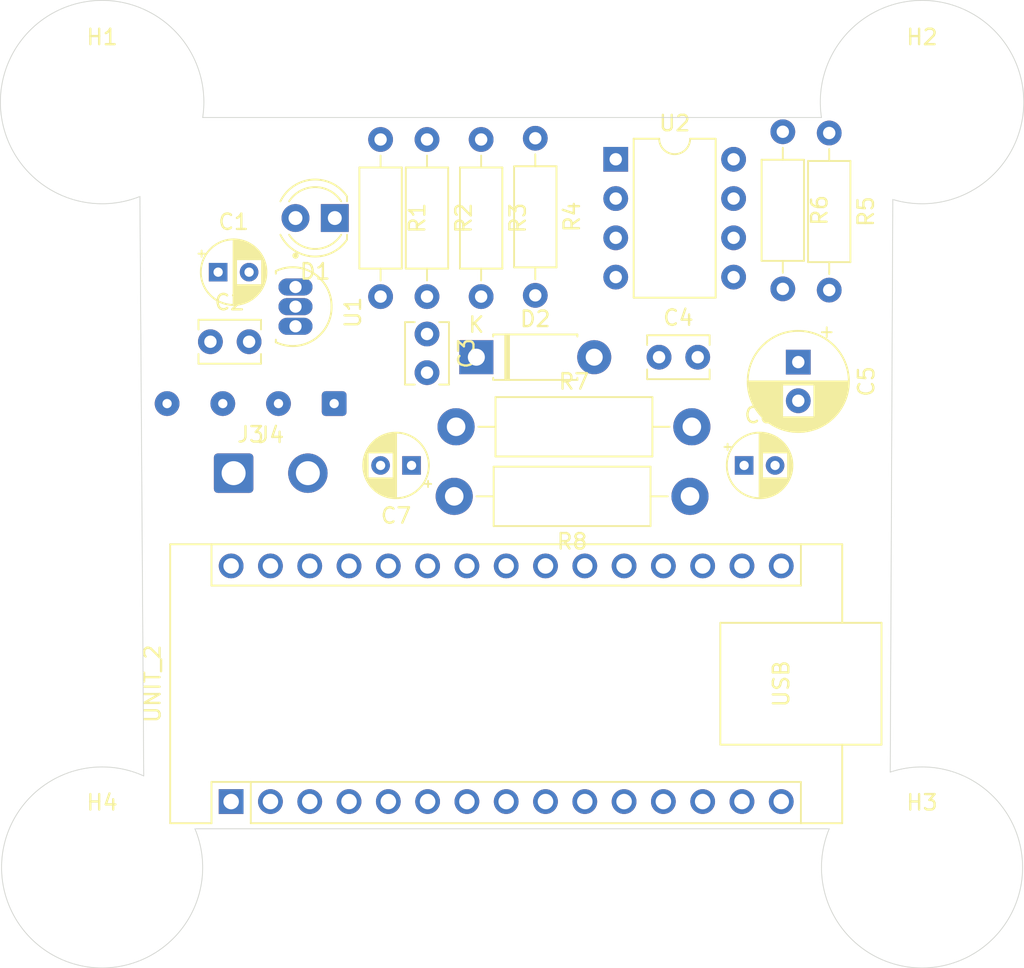
<source format=kicad_pcb>
(kicad_pcb (version 20240108) (generator "pcbnew") (generator_version "8.0")
  (layers (0 "F.Cu" signal) (31 "B.Cu" signal) (34 "B.Paste" user) (35 "F.Paste" user) (36 "B.SilkS" user "B.Silkscreen") (37 "F.SilkS" user "F.Silkscreen") (38 "B.Mask" user) (39 "F.Mask" user) (44 "Edge.Cuts" user))
  (net 0 "")
  (net 1 "GND")
  (net 2 "Net-(D1-K)")
  (net 3 "High")
  (net 4 "Low")
  (net 5 "SO")
  (net 6 "SI")
  (net 7 "SDA")
  (net 8 "SCL")
  (net 9 "SCK")
  (net 10 "5V")
  (net 11 "Net-(R5-Pad2)")
  (net 12 "/NE555_Out")
  (net 13 "/Diff")
  (net 14 "/Hall_Out")
  (net 15 "/CV")
  (net 16 "/DIS_THR")
  (net 17 "/Filter1")
  (net 18 "/Filter2")
  (net 19 "/Rect")
  (net 32 "3.3V")
  (footprint "LED_THT:LED_D4.0mm" (layer "F.Cu") (at 126.04 54.5 180)
    (property "Reference" "D1" (at 1.27 -3.46 360) (layer "F.SilkS"))
    (property "Value" "LED")
    (pad "1" thru_hole rect (at 0 0 180) (size 1.8 1.8) (drill 0.9) (layers "*.Cu" "*.Mask") (net 2 "Net-(D1-K)"))
    (pad "2" thru_hole circle (at 2.54 0 180) (size 1.8 1.8) (drill 0.9) (layers "*.Cu" "*.Mask") (net 10 "5V"))
  )
  (footprint "Capacitor_THT:C_Disc_D3.8mm_W2.6mm_P2.50mm" (layer "F.Cu") (at 118 62.5)
    (property "Reference" "C2" (at 1.25 -2.55 0) (layer "F.SilkS"))
    (property "Value" "10n")
    (pad "1" thru_hole circle (at 0 0) (size 1.6 1.6) (drill 0.8) (layers "*.Cu" "*.Mask") (net 10 "5V"))
    (pad "2" thru_hole circle (at 2.5 0) (size 1.6 1.6) (drill 0.8) (layers "*.Cu" "*.Mask") (net 1 "GND"))
  )
  (footprint "Resistor_THT:R_Axial_DIN0207_L6.3mm_D2.5mm_P10.16mm_Horizontal" (layer "F.Cu") (at 129 49.42 -90)
    (property "Reference" "R1" (at 5.08 -2.37 90) (layer "F.SilkS"))
    (property "Value" "300")
    (pad "1" thru_hole circle (at 0 0 270) (size 1.6 1.6) (drill 0.8) (layers "*.Cu" "*.Mask") (net 2 "Net-(D1-K)"))
    (pad "2" thru_hole oval (at 10.16 0 270) (size 1.6 1.6) (drill 0.8) (layers "*.Cu" "*.Mask") (net 14 "/Hall_Out"))
  )
  (footprint "Resistor_THT:R_Axial_DIN0207_L6.3mm_D2.5mm_P10.16mm_Horizontal" (layer "F.Cu") (at 135.5 49.42 -90)
    (property "Reference" "R3" (at 5.08 -2.37 90) (layer "F.SilkS"))
    (property "Value" "10k")
    (pad "1" thru_hole circle (at 0 0 270) (size 1.6 1.6) (drill 0.8) (layers "*.Cu" "*.Mask") (net 10 "5V"))
    (pad "2" thru_hole oval (at 10.16 0 270) (size 1.6 1.6) (drill 0.8) (layers "*.Cu" "*.Mask") (net 13 "/Diff"))
  )
  (footprint "Module:Arduino_Nano" (layer "F.Cu") (at 119.34 92.24 90)
    (property "Reference" "UNIT_2" (at 7.62 -5.08 90) (layer "F.SilkS"))
    (property "Value" "ARDUINO_NANO")
    (fp_text user "USB" (at 7.62 35.56 90) (layer "F.SilkS"))
    (pad "1" thru_hole rect (at 0 0 90) (size 1.6 1.6) (drill 1) (layers "*.Cu" "*.Mask"))
    (pad "2" thru_hole oval (at 0 2.54 90) (size 1.6 1.6) (drill 1) (layers "*.Cu" "*.Mask"))
    (pad "3" thru_hole oval (at 0 5.08 90) (size 1.6 1.6) (drill 1) (layers "*.Cu" "*.Mask"))
    (pad "4" thru_hole oval (at 0 7.62 90) (size 1.6 1.6) (drill 1) (layers "*.Cu" "*.Mask") (net 1 "GND"))
    (pad "5" thru_hole oval (at 0 10.16 90) (size 1.6 1.6) (drill 1) (layers "*.Cu" "*.Mask"))
    (pad "6" thru_hole oval (at 0 12.7 90) (size 1.6 1.6) (drill 1) (layers "*.Cu" "*.Mask"))
    (pad "7" thru_hole oval (at 0 15.24 90) (size 1.6 1.6) (drill 1) (layers "*.Cu" "*.Mask"))
    (pad "8" thru_hole oval (at 0 17.78 90) (size 1.6 1.6) (drill 1) (layers "*.Cu" "*.Mask"))
    (pad "9" thru_hole oval (at 0 20.32 90) (size 1.6 1.6) (drill 1) (layers "*.Cu" "*.Mask"))
    (pad "10" thru_hole oval (at 0 22.86 90) (size 1.6 1.6) (drill 1) (layers "*.Cu" "*.Mask"))
    (pad "11" thru_hole oval (at 0 25.4 90) (size 1.6 1.6) (drill 1) (layers "*.Cu" "*.Mask"))
    (pad "12" thru_hole oval (at 0 27.94 90) (size 1.6 1.6) (drill 1) (layers "*.Cu" "*.Mask"))
    (pad "13" thru_hole oval (at 0 30.48 90) (size 1.6 1.6) (drill 1) (layers "*.Cu" "*.Mask"))
    (pad "14" thru_hole oval (at 0 33.02 90) (size 1.6 1.6) (drill 1) (layers "*.Cu" "*.Mask") (net 6 "SI"))
    (pad "15" thru_hole oval (at 0 35.56 90) (size 1.6 1.6) (drill 1) (layers "*.Cu" "*.Mask") (net 5 "SO"))
    (pad "16" thru_hole oval (at 15.24 35.56 90) (size 1.6 1.6) (drill 1) (layers "*.Cu" "*.Mask") (net 9 "SCK"))
    (pad "17" thru_hole oval (at 15.24 33.02 90) (size 1.6 1.6) (drill 1) (layers "*.Cu" "*.Mask") (net 32 "3.3V"))
    (pad "18" thru_hole oval (at 15.24 30.48 90) (size 1.6 1.6) (drill 1) (layers "*.Cu" "*.Mask"))
    (pad "19" thru_hole oval (at 15.24 27.94 90) (size 1.6 1.6) (drill 1) (layers "*.Cu" "*.Mask") (net 18 "/Filter2"))
    (pad "20" thru_hole oval (at 15.24 25.4 90) (size 1.6 1.6) (drill 1) (layers "*.Cu" "*.Mask"))
    (pad "21" thru_hole oval (at 15.24 22.86 90) (size 1.6 1.6) (drill 1) (layers "*.Cu" "*.Mask"))
    (pad "22" thru_hole oval (at 15.24 20.32 90) (size 1.6 1.6) (drill 1) (layers "*.Cu" "*.Mask"))
    (pad "23" thru_hole oval (at 15.24 17.78 90) (size 1.6 1.6) (drill 1) (layers "*.Cu" "*.Mask") (net 7 "SDA"))
    (pad "24" thru_hole oval (at 15.24 15.24 90) (size 1.6 1.6) (drill 1) (layers "*.Cu" "*.Mask") (net 8 "SCL"))
    (pad "25" thru_hole oval (at 15.24 12.7 90) (size 1.6 1.6) (drill 1) (layers "*.Cu" "*.Mask"))
    (pad "26" thru_hole oval (at 15.24 10.16 90) (size 1.6 1.6) (drill 1) (layers "*.Cu" "*.Mask"))
    (pad "27" thru_hole oval (at 15.24 7.62 90) (size 1.6 1.6) (drill 1) (layers "*.Cu" "*.Mask") (net 10 "5V"))
    (pad "28" thru_hole oval (at 15.24 5.08 90) (size 1.6 1.6) (drill 1) (layers "*.Cu" "*.Mask"))
    (pad "29" thru_hole oval (at 15.24 2.54 90) (size 1.6 1.6) (drill 1) (layers "*.Cu" "*.Mask") (net 1 "GND"))
    (pad "30" thru_hole oval (at 15.24 0 90) (size 1.6 1.6) (drill 1) (layers "*.Cu" "*.Mask"))
  )
  (footprint "Capacitor_THT:CP_Radial_D4.0mm_P2.00mm" (layer "F.Cu") (at 118.5 58)
    (property "Reference" "C1" (at 1 -3.25 0) (layer "F.SilkS"))
    (property "Value" "10µ")
    (pad "1" thru_hole rect (at 0 0) (size 1.2 1.2) (drill 0.6) (layers "*.Cu" "*.Mask") (net 10 "5V"))
    (pad "2" thru_hole circle (at 2 0) (size 1.2 1.2) (drill 0.6) (layers "*.Cu" "*.Mask") (net 1 "GND"))
  )
  (footprint "Resistor_THT:R_Axial_DIN0411_L9.9mm_D3.6mm_P15.24mm_Horizontal" (layer "F.Cu") (at 133.88 68)
    (property "Reference" "R7" (at 7.62 -2.92 0) (layer "F.SilkS"))
    (property "Value" "10k")
    (pad "1" thru_hole circle (at 0 0) (size 2.4 2.4) (drill 1.2) (layers "*.Cu" "*.Mask") (net 12 "/NE555_Out"))
    (pad "2" thru_hole oval (at 15.24 0) (size 2.4 2.4) (drill 1.2) (layers "*.Cu" "*.Mask") (net 17 "/Filter1"))
  )
  (footprint "Capacitor_THT:C_Disc_D3.8mm_W2.6mm_P2.50mm" (layer "F.Cu") (at 132 62 -90)
    (property "Reference" "C3" (at 1.25 -2.55 90) (layer "F.SilkS"))
    (property "Value" "10n")
    (pad "1" thru_hole circle (at 0 0 270) (size 1.6 1.6) (drill 0.8) (layers "*.Cu" "*.Mask") (net 14 "/Hall_Out"))
    (pad "2" thru_hole circle (at 2.5 0 270) (size 1.6 1.6) (drill 0.8) (layers "*.Cu" "*.Mask") (net 13 "/Diff"))
  )
  (footprint "MountingHole:MountingHole_3.2mm_M3" (layer "F.Cu") (at 111 47)
    (property "Reference" "H1" (at 0 -4.2 0) (layer "F.SilkS"))
    (property "Value" "MountingHole")
    (pad "" np_thru_hole circle (at 0 0) (size 3.2 3.2) (drill 3.2) (layers "*.Cu" "*.Mask"))
  )
  (footprint "Resistor_THT:R_Axial_DIN0207_L6.3mm_D2.5mm_P10.16mm_Horizontal" (layer "F.Cu") (at 132 49.42 -90)
    (property "Reference" "R2" (at 5.08 -2.37 90) (layer "F.SilkS"))
    (property "Value" "10k")
    (pad "1" thru_hole circle (at 0 0 270) (size 1.6 1.6) (drill 0.8) (layers "*.Cu" "*.Mask") (net 10 "5V"))
    (pad "2" thru_hole oval (at 10.16 0 270) (size 1.6 1.6) (drill 0.8) (layers "*.Cu" "*.Mask") (net 14 "/Hall_Out"))
  )
  (footprint "Connector_Wire:SolderWire-0.1sqmm_1x04_P3.6mm_D0.4mm_OD1mm" (layer "F.Cu") (at 126 66.5 180)
    (property "Reference" "J3" (at 5.4 -2 360) (layer "F.SilkS"))
    (property "Value" "CAN to outer connector")
    (pad "1" thru_hole roundrect (at 0 0 180) (size 1.6 1.6) (drill 0.6) (layers "*.Cu" "*.Mask") (roundrect_rratio 0.15625) (net 4 "Low"))
    (pad "2" thru_hole circle (at 3.6 0 180) (size 1.6 1.6) (drill 0.6) (layers "*.Cu" "*.Mask") (net 3 "High"))
    (pad "3" thru_hole circle (at 7.2 0 180) (size 1.6 1.6) (drill 0.6) (layers "*.Cu" "*.Mask") (net 4 "Low"))
    (pad "4" thru_hole circle (at 10.8 0 180) (size 1.6 1.6) (drill 0.6) (layers "*.Cu" "*.Mask") (net 3 "High"))
  )
  (footprint "MountingHole:MountingHole_3.2mm_M3" (layer "F.Cu") (at 164 96.5)
    (property "Reference" "H3" (at 0 -4.2 0) (layer "F.SilkS"))
    (property "Value" "MountingHole")
    (pad "" np_thru_hole circle (at 0 0) (size 3.2 3.2) (drill 3.2) (layers "*.Cu" "*.Mask"))
  )
  (footprint "MountingHole:MountingHole_3.2mm_M3" (layer "F.Cu") (at 111 96.5)
    (property "Reference" "H4" (at 0 -4.2 0) (layer "F.SilkS"))
    (property "Value" "MountingHole")
    (pad "" np_thru_hole circle (at 0 0) (size 3.2 3.2) (drill 3.2) (layers "*.Cu" "*.Mask"))
  )
  (footprint "Resistor_THT:R_Axial_DIN0207_L6.3mm_D2.5mm_P10.16mm_Horizontal" (layer "F.Cu") (at 158 49 -90)
    (property "Reference" "R5" (at 5.08 -2.37 90) (layer "F.SilkS"))
    (property "Value" "22k")
    (pad "1" thru_hole circle (at 0 0 270) (size 1.6 1.6) (drill 0.8) (layers "*.Cu" "*.Mask") (net 10 "5V"))
    (pad "2" thru_hole oval (at 10.16 0 270) (size 1.6 1.6) (drill 0.8) (layers "*.Cu" "*.Mask") (net 11 "Net-(R5-Pad2)"))
  )
  (footprint "Capacitor_THT:CP_Radial_D4.0mm_P2.00mm" (layer "F.Cu") (at 152.5 70.5)
    (property "Reference" "C6" (at 1 -3.25 0) (layer "F.SilkS"))
    (property "Value" "10µ")
    (pad "1" thru_hole rect (at 0 0) (size 1.2 1.2) (drill 0.6) (layers "*.Cu" "*.Mask") (net 17 "/Filter1"))
    (pad "2" thru_hole circle (at 2 0) (size 1.2 1.2) (drill 0.6) (layers "*.Cu" "*.Mask") (net 1 "GND"))
  )
  (footprint "Resistor_THT:R_Axial_DIN0207_L6.3mm_D2.5mm_P10.16mm_Horizontal" (layer "F.Cu") (at 155 48.92 -90)
    (property "Reference" "R6" (at 5.08 -2.37 90) (layer "F.SilkS"))
    (property "Value" "33k")
    (pad "1" thru_hole circle (at 0 0 270) (size 1.6 1.6) (drill 0.8) (layers "*.Cu" "*.Mask") (net 11 "Net-(R5-Pad2)"))
    (pad "2" thru_hole oval (at 10.16 0 270) (size 1.6 1.6) (drill 0.8) (layers "*.Cu" "*.Mask") (net 16 "/DIS_THR"))
  )
  (footprint "Connector_Wire:SolderWire-0.75sqmm_1x02_P4.8mm_D1.25mm_OD2.3mm" (layer "F.Cu") (at 119.5 71)
    (property "Reference" "J4" (at 2.4 -2.47 0) (layer "F.SilkS"))
    (property "Value" "Conn_01x02")
    (pad "1" thru_hole roundrect (at 0 0) (size 2.55 2.55) (drill 1.55) (layers "*.Cu" "*.Mask") (roundrect_rratio 0.098039) (net 1 "GND"))
    (pad "2" thru_hole circle (at 4.8 0) (size 2.55 2.55) (drill 1.55) (layers "*.Cu" "*.Mask") (net 10 "5V"))
  )
  (footprint "Capacitor_THT:C_Disc_D3.8mm_W2.6mm_P2.50mm" (layer "F.Cu") (at 147 63.5)
    (property "Reference" "C4" (at 1.25 -2.55 0) (layer "F.SilkS"))
    (property "Value" "10n")
    (pad "1" thru_hole circle (at 0 0) (size 1.6 1.6) (drill 0.8) (layers "*.Cu" "*.Mask") (net 1 "GND"))
    (pad "2" thru_hole circle (at 2.5 0) (size 1.6 1.6) (drill 0.8) (layers "*.Cu" "*.Mask") (net 15 "/CV"))
  )
  (footprint "Package_DIP:DIP-8_W7.62mm" (layer "F.Cu") (at 144.2 50.7)
    (property "Reference" "U2" (at 3.81 -2.33 360) (layer "F.SilkS"))
    (property "Value" "NE555P")
    (pad "1" thru_hole rect (at 0 0) (size 1.6 1.6) (drill 0.8) (layers "*.Cu" "*.Mask") (net 1 "GND"))
    (pad "2" thru_hole oval (at 0 2.54) (size 1.6 1.6) (drill 0.8) (layers "*.Cu" "*.Mask") (net 19 "/Rect"))
    (pad "3" thru_hole oval (at 0 5.08) (size 1.6 1.6) (drill 0.8) (layers "*.Cu" "*.Mask") (net 12 "/NE555_Out"))
    (pad "4" thru_hole oval (at 0 7.62) (size 1.6 1.6) (drill 0.8) (layers "*.Cu" "*.Mask") (net 10 "5V"))
    (pad "5" thru_hole oval (at 7.62 7.62) (size 1.6 1.6) (drill 0.8) (layers "*.Cu" "*.Mask") (net 15 "/CV"))
    (pad "6" thru_hole oval (at 7.62 5.08) (size 1.6 1.6) (drill 0.8) (layers "*.Cu" "*.Mask") (net 16 "/DIS_THR"))
    (pad "7" thru_hole oval (at 7.62 2.54) (size 1.6 1.6) (drill 0.8) (layers "*.Cu" "*.Mask") (net 16 "/DIS_THR"))
    (pad "8" thru_hole oval (at 7.62 0) (size 1.6 1.6) (drill 0.8) (layers "*.Cu" "*.Mask") (net 10 "5V"))
  )
  (footprint "Capacitor_THT:CP_Radial_D6.3mm_P2.50mm" (layer "F.Cu") (at 156 63.817621 -90)
    (property "Reference" "C5" (at 1.25 -4.4 90) (layer "F.SilkS"))
    (property "Value" "220n")
    (pad "1" thru_hole rect (at 0 0 270) (size 1.6 1.6) (drill 0.8) (layers "*.Cu" "*.Mask") (net 16 "/DIS_THR"))
    (pad "2" thru_hole circle (at 2.5 0 270) (size 1.6 1.6) (drill 0.8) (layers "*.Cu" "*.Mask") (net 1 "GND"))
  )
  (footprint "Diode_THT:D_DO-41_SOD81_P7.62mm_Horizontal" (layer "F.Cu") (at 135.19 63.5)
    (property "Reference" "D2" (at 3.81 -2.47 0) (layer "F.SilkS"))
    (property "Value" "D")
    (fp_text user "K" (at 0 -2.1 0) (layer "F.SilkS"))
    (pad "1" thru_hole rect (at 0 0) (size 2.2 2.2) (drill 1.1) (layers "*.Cu" "*.Mask") (net 13 "/Diff"))
    (pad "2" thru_hole oval (at 7.62 0) (size 2.2 2.2) (drill 1.1) (layers "*.Cu" "*.Mask") (net 19 "/Rect"))
  )
  (footprint "Resistor_THT:R_Axial_DIN0411_L9.9mm_D3.6mm_P15.24mm_Horizontal" (layer "F.Cu") (at 149 72.5 180)
    (property "Reference" "R8" (at 7.62 -2.92 360) (layer "F.SilkS"))
    (property "Value" "10k")
    (pad "1" thru_hole circle (at 0 0 180) (size 2.4 2.4) (drill 1.2) (layers "*.Cu" "*.Mask") (net 17 "/Filter1"))
    (pad "2" thru_hole oval (at 15.24 0 180) (size 2.4 2.4) (drill 1.2) (layers "*.Cu" "*.Mask") (net 18 "/Filter2"))
  )
  (footprint "MountingHole:MountingHole_3.2mm_M3" (layer "F.Cu") (at 164 47)
    (property "Reference" "H2" (at 0 -4.2 0) (layer "F.SilkS"))
    (property "Value" "MountingHole")
    (pad "" np_thru_hole circle (at 0 0) (size 3.2 3.2) (drill 3.2) (layers "*.Cu" "*.Mask"))
  )
  (footprint "SS49E:TO92127P460H470-3" (layer "F.Cu") (at 123.5 60.23 -90)
    (property "Reference" "U1" (at 0.376 -3.715 90) (layer "F.SilkS"))
    (property "Value" "A3144")
    (pad "1" thru_hole oval (at -1.27 0 270) (size 1.1 2.2) (drill 0.79) (layers "*.Cu" "*.Mask") (net 10 "5V"))
    (pad "2" thru_hole oval (at 0 0 270) (size 1.1 2.2) (drill 0.79) (layers "*.Cu" "*.Mask") (net 1 "GND"))
    (pad "3" thru_hole oval (at 1.27 0 270) (size 1.1 2.2) (drill 0.79) (layers "*.Cu" "*.Mask") (net 14 "/Hall_Out"))
  )
  (footprint "Resistor_THT:R_Axial_DIN0207_L6.3mm_D2.5mm_P10.16mm_Horizontal" (layer "F.Cu") (at 139 49.34 -90)
    (property "Reference" "R4" (at 5.08 -2.37 90) (layer "F.SilkS"))
    (property "Value" "10k")
    (pad "1" thru_hole circle (at 0 0 270) (size 1.6 1.6) (drill 0.8) (layers "*.Cu" "*.Mask") (net 10 "5V"))
    (pad "2" thru_hole oval (at 10.16 0 270) (size 1.6 1.6) (drill 0.8) (layers "*.Cu" "*.Mask") (net 19 "/Rect"))
  )
  (footprint "Capacitor_THT:CP_Radial_D4.0mm_P2.00mm" (layer "F.Cu") (at 131 70.5 180)
    (property "Reference" "C7" (at 1 -3.25 360) (layer "F.SilkS"))
    (property "Value" "10µ")
    (pad "1" thru_hole rect (at 0 0 180) (size 1.2 1.2) (drill 0.6) (layers "*.Cu" "*.Mask") (net 18 "/Filter2"))
    (pad "2" thru_hole circle (at 2 0 180) (size 1.2 1.2) (drill 0.6) (layers "*.Cu" "*.Mask") (net 1 "GND"))
  )
  (gr_line (start 113.689719 90.582618) (end 113.442441 53.106102) (stroke (width 0.05)) (layer "Edge.Cuts"))
  (gr_line (start 117.5 48) (end 157.5 48) (stroke (width 0.05)) (layer "Edge.Cuts"))
  (gr_arc (start 117 94) (mid 106.331228 101.022452) (end 113.689719 90.582618) (stroke (width 0.05)) (layer "Edge.Cuts"))
  (gr_arc (start 113.442441 53.106102) (mid 105.851225 42.908531) (end 117.5 48) (stroke (width 0.05)) (layer "Edge.Cuts"))
  (gr_line (start 158 94) (end 117 94) (stroke (width 0.05)) (layer "Edge.Cuts"))
  (gr_line (start 162.110264 53.299119) (end 161.94452 90.333559) (stroke (width 0.05)) (layer "Edge.Cuts"))
  (gr_arc (start 157.5 48) (mid 168.96156 42.683414) (end 162.110264 53.299119) (stroke (width 0.05)) (layer "Edge.Cuts"))
  (gr_arc (start 161.94452 90.333559) (mid 168.425312 101.260946) (end 158 94) (stroke (width 0.05)) (layer "Edge.Cuts"))
)
</source>
